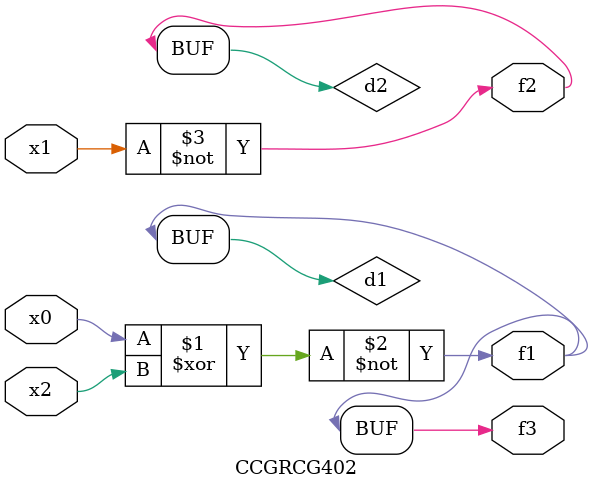
<source format=v>
module CCGRCG402(
	input x0, x1, x2,
	output f1, f2, f3
);

	wire d1, d2, d3;

	xnor (d1, x0, x2);
	nand (d2, x1);
	nor (d3, x1, x2);
	assign f1 = d1;
	assign f2 = d2;
	assign f3 = d1;
endmodule

</source>
